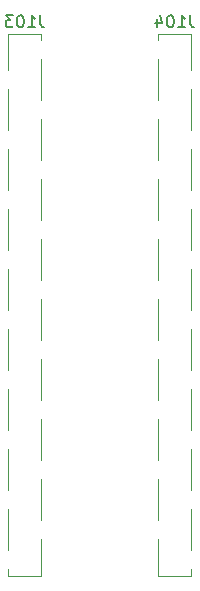
<source format=gbo>
G04 #@! TF.GenerationSoftware,KiCad,Pcbnew,9.0.6*
G04 #@! TF.CreationDate,2026-01-02T20:46:43-06:00*
G04 #@! TF.ProjectId,QFN-32_7x7_P0.65,51464e2d-3332-45f3-9778-375f50302e36,rev?*
G04 #@! TF.SameCoordinates,Original*
G04 #@! TF.FileFunction,Legend,Bot*
G04 #@! TF.FilePolarity,Positive*
%FSLAX46Y46*%
G04 Gerber Fmt 4.6, Leading zero omitted, Abs format (unit mm)*
G04 Created by KiCad (PCBNEW 9.0.6) date 2026-01-02 20:46:43*
%MOMM*%
%LPD*%
G01*
G04 APERTURE LIST*
%ADD10C,0.150000*%
%ADD11C,0.120000*%
%ADD12C,1.700000*%
%ADD13R,1.700000X1.700000*%
%ADD14R,2.510000X1.000000*%
G04 APERTURE END LIST*
D10*
X133365714Y-96131461D02*
X133365714Y-96845746D01*
X133365714Y-96845746D02*
X133413333Y-96988603D01*
X133413333Y-96988603D02*
X133508571Y-97083842D01*
X133508571Y-97083842D02*
X133651428Y-97131461D01*
X133651428Y-97131461D02*
X133746666Y-97131461D01*
X132365714Y-97131461D02*
X132937142Y-97131461D01*
X132651428Y-97131461D02*
X132651428Y-96131461D01*
X132651428Y-96131461D02*
X132746666Y-96274318D01*
X132746666Y-96274318D02*
X132841904Y-96369556D01*
X132841904Y-96369556D02*
X132937142Y-96417175D01*
X131746666Y-96131461D02*
X131651428Y-96131461D01*
X131651428Y-96131461D02*
X131556190Y-96179080D01*
X131556190Y-96179080D02*
X131508571Y-96226699D01*
X131508571Y-96226699D02*
X131460952Y-96321937D01*
X131460952Y-96321937D02*
X131413333Y-96512413D01*
X131413333Y-96512413D02*
X131413333Y-96750508D01*
X131413333Y-96750508D02*
X131460952Y-96940984D01*
X131460952Y-96940984D02*
X131508571Y-97036222D01*
X131508571Y-97036222D02*
X131556190Y-97083842D01*
X131556190Y-97083842D02*
X131651428Y-97131461D01*
X131651428Y-97131461D02*
X131746666Y-97131461D01*
X131746666Y-97131461D02*
X131841904Y-97083842D01*
X131841904Y-97083842D02*
X131889523Y-97036222D01*
X131889523Y-97036222D02*
X131937142Y-96940984D01*
X131937142Y-96940984D02*
X131984761Y-96750508D01*
X131984761Y-96750508D02*
X131984761Y-96512413D01*
X131984761Y-96512413D02*
X131937142Y-96321937D01*
X131937142Y-96321937D02*
X131889523Y-96226699D01*
X131889523Y-96226699D02*
X131841904Y-96179080D01*
X131841904Y-96179080D02*
X131746666Y-96131461D01*
X131079999Y-96131461D02*
X130460952Y-96131461D01*
X130460952Y-96131461D02*
X130794285Y-96512413D01*
X130794285Y-96512413D02*
X130651428Y-96512413D01*
X130651428Y-96512413D02*
X130556190Y-96560032D01*
X130556190Y-96560032D02*
X130508571Y-96607651D01*
X130508571Y-96607651D02*
X130460952Y-96702889D01*
X130460952Y-96702889D02*
X130460952Y-96940984D01*
X130460952Y-96940984D02*
X130508571Y-97036222D01*
X130508571Y-97036222D02*
X130556190Y-97083842D01*
X130556190Y-97083842D02*
X130651428Y-97131461D01*
X130651428Y-97131461D02*
X130937142Y-97131461D01*
X130937142Y-97131461D02*
X131032380Y-97083842D01*
X131032380Y-97083842D02*
X131079999Y-97036222D01*
X146065714Y-96131461D02*
X146065714Y-96845746D01*
X146065714Y-96845746D02*
X146113333Y-96988603D01*
X146113333Y-96988603D02*
X146208571Y-97083842D01*
X146208571Y-97083842D02*
X146351428Y-97131461D01*
X146351428Y-97131461D02*
X146446666Y-97131461D01*
X145065714Y-97131461D02*
X145637142Y-97131461D01*
X145351428Y-97131461D02*
X145351428Y-96131461D01*
X145351428Y-96131461D02*
X145446666Y-96274318D01*
X145446666Y-96274318D02*
X145541904Y-96369556D01*
X145541904Y-96369556D02*
X145637142Y-96417175D01*
X144446666Y-96131461D02*
X144351428Y-96131461D01*
X144351428Y-96131461D02*
X144256190Y-96179080D01*
X144256190Y-96179080D02*
X144208571Y-96226699D01*
X144208571Y-96226699D02*
X144160952Y-96321937D01*
X144160952Y-96321937D02*
X144113333Y-96512413D01*
X144113333Y-96512413D02*
X144113333Y-96750508D01*
X144113333Y-96750508D02*
X144160952Y-96940984D01*
X144160952Y-96940984D02*
X144208571Y-97036222D01*
X144208571Y-97036222D02*
X144256190Y-97083842D01*
X144256190Y-97083842D02*
X144351428Y-97131461D01*
X144351428Y-97131461D02*
X144446666Y-97131461D01*
X144446666Y-97131461D02*
X144541904Y-97083842D01*
X144541904Y-97083842D02*
X144589523Y-97036222D01*
X144589523Y-97036222D02*
X144637142Y-96940984D01*
X144637142Y-96940984D02*
X144684761Y-96750508D01*
X144684761Y-96750508D02*
X144684761Y-96512413D01*
X144684761Y-96512413D02*
X144637142Y-96321937D01*
X144637142Y-96321937D02*
X144589523Y-96226699D01*
X144589523Y-96226699D02*
X144541904Y-96179080D01*
X144541904Y-96179080D02*
X144446666Y-96131461D01*
X143256190Y-96464794D02*
X143256190Y-97131461D01*
X143494285Y-96083842D02*
X143732380Y-96798127D01*
X143732380Y-96798127D02*
X143113333Y-96798127D01*
D11*
X130700000Y-97676642D02*
X130700000Y-100786642D01*
X130700000Y-102406642D02*
X130700000Y-105866642D01*
X130700000Y-107486642D02*
X130700000Y-110946642D01*
X130700000Y-112566642D02*
X130700000Y-116026642D01*
X130700000Y-117646642D02*
X130700000Y-121106642D01*
X130700000Y-122726642D02*
X130700000Y-126186642D01*
X130700000Y-127806642D02*
X130700000Y-131266642D01*
X130700000Y-132886642D02*
X130700000Y-136346642D01*
X130700000Y-137966642D02*
X130700000Y-141426642D01*
X130700000Y-143046642D02*
X130700000Y-143616642D01*
X133460000Y-97676642D02*
X130700000Y-97676642D01*
X133460000Y-97676642D02*
X133460000Y-98246642D01*
X133460000Y-99866642D02*
X133460000Y-103326642D01*
X133460000Y-104946642D02*
X133460000Y-108406642D01*
X133460000Y-110026642D02*
X133460000Y-113486642D01*
X133460000Y-115106642D02*
X133460000Y-118566642D01*
X133460000Y-120186642D02*
X133460000Y-123646642D01*
X133460000Y-125266642D02*
X133460000Y-128726642D01*
X133460000Y-130346642D02*
X133460000Y-133806642D01*
X133460000Y-135426642D02*
X133460000Y-138886642D01*
X133460000Y-140506642D02*
X133460000Y-143616642D01*
X133460000Y-143616642D02*
X130700000Y-143616642D01*
X143400000Y-97676642D02*
X143400000Y-98246642D01*
X143400000Y-99866642D02*
X143400000Y-103326642D01*
X143400000Y-104946642D02*
X143400000Y-108406642D01*
X143400000Y-110026642D02*
X143400000Y-113486642D01*
X143400000Y-115106642D02*
X143400000Y-118566642D01*
X143400000Y-120186642D02*
X143400000Y-123646642D01*
X143400000Y-125266642D02*
X143400000Y-128726642D01*
X143400000Y-130346642D02*
X143400000Y-133806642D01*
X143400000Y-135426642D02*
X143400000Y-138886642D01*
X143400000Y-140506642D02*
X143400000Y-143616642D01*
X146160000Y-97676642D02*
X143400000Y-97676642D01*
X146160000Y-97676642D02*
X146160000Y-100786642D01*
X146160000Y-98246642D02*
X146160000Y-100786642D01*
X146160000Y-102406642D02*
X146160000Y-105866642D01*
X146160000Y-107486642D02*
X146160000Y-110946642D01*
X146160000Y-112566642D02*
X146160000Y-116026642D01*
X146160000Y-117646642D02*
X146160000Y-121106642D01*
X146160000Y-122726642D02*
X146160000Y-126186642D01*
X146160000Y-127806642D02*
X146160000Y-131266642D01*
X146160000Y-132886642D02*
X146160000Y-136346642D01*
X146160000Y-137966642D02*
X146160000Y-141426642D01*
X146160000Y-143046642D02*
X146160000Y-143616642D01*
X146160000Y-143616642D02*
X143400000Y-143616642D01*
%LPC*%
D12*
X127000000Y-99061642D03*
D13*
X127000000Y-101601642D03*
D12*
X127000000Y-104141642D03*
X127000000Y-106681642D03*
X127000000Y-109221642D03*
X127000000Y-111761642D03*
X127000000Y-114301642D03*
X127000000Y-116841642D03*
X127000000Y-119381642D03*
X127000000Y-121921642D03*
X127000000Y-124461642D03*
X127000000Y-127001642D03*
X127000000Y-129541642D03*
X127000000Y-132081642D03*
X127000000Y-134621642D03*
X127000000Y-137161642D03*
X127000000Y-139701642D03*
X127000000Y-142241642D03*
X149860000Y-99061642D03*
X149860000Y-101601642D03*
X149860000Y-104141642D03*
X149860000Y-106681642D03*
X149860000Y-109221642D03*
X149860000Y-111761642D03*
X149860000Y-114301642D03*
X149860000Y-116841642D03*
X149860000Y-119381642D03*
X149860000Y-121921642D03*
X149860000Y-124461642D03*
X149860000Y-127001642D03*
X149860000Y-129541642D03*
X149860000Y-132081642D03*
X149860000Y-134621642D03*
X149860000Y-137161642D03*
X149860000Y-139701642D03*
X149860000Y-142241642D03*
D14*
X133735000Y-99056642D03*
X130425000Y-101596642D03*
X133735000Y-104136642D03*
X130425000Y-106676642D03*
X133735000Y-109216642D03*
X130425000Y-111756642D03*
X133735000Y-114296642D03*
X130425000Y-116836642D03*
X133735000Y-119376642D03*
X130425000Y-121916642D03*
X133735000Y-124456642D03*
X130425000Y-126996642D03*
X133735000Y-129536642D03*
X130425000Y-132076642D03*
X133735000Y-134616642D03*
X130425000Y-137156642D03*
X133735000Y-139696642D03*
X130425000Y-142236642D03*
X143125000Y-99056642D03*
X146435000Y-101596642D03*
X143125000Y-104136642D03*
X146435000Y-106676642D03*
X143125000Y-109216642D03*
X146435000Y-111756642D03*
X143125000Y-114296642D03*
X146435000Y-116836642D03*
X143125000Y-119376642D03*
X146435000Y-121916642D03*
X143125000Y-124456642D03*
X146435000Y-126996642D03*
X143125000Y-129536642D03*
X146435000Y-132076642D03*
X143125000Y-134616642D03*
X146435000Y-137156642D03*
X143125000Y-139696642D03*
X146435000Y-142236642D03*
%LPD*%
M02*

</source>
